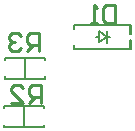
<source format=gbo>
G04*
G04 #@! TF.GenerationSoftware,Altium Limited,Altium Designer,24.1.2 (44)*
G04*
G04 Layer_Color=32896*
%FSLAX25Y25*%
%MOIN*%
G70*
G04*
G04 #@! TF.SameCoordinates,1D4F381B-0C85-4C13-B92F-FFDB2225B82E*
G04*
G04*
G04 #@! TF.FilePolarity,Positive*
G04*
G01*
G75*
%ADD11C,0.00787*%
%ADD12C,0.01000*%
%ADD33C,0.00591*%
D11*
X46850Y72075D02*
X48031D01*
X50787D02*
X51575D01*
X48031Y70500D02*
Y74043D01*
X50787Y72075D01*
X48031Y70500D02*
X50787Y72075D01*
Y70106D02*
Y74043D01*
D12*
X27931Y67582D02*
Y73580D01*
X24932D01*
X23933Y72580D01*
Y70581D01*
X24932Y69581D01*
X27931D01*
X25932D02*
X23933Y67582D01*
X21933Y72580D02*
X20934Y73580D01*
X18934D01*
X17935Y72580D01*
Y71581D01*
X18934Y70581D01*
X19934D01*
X18934D01*
X17935Y69581D01*
Y68582D01*
X18934Y67582D01*
X20934D01*
X21933Y68582D01*
X28561Y50259D02*
Y56257D01*
X25562D01*
X24563Y55258D01*
Y53258D01*
X25562Y52259D01*
X28561D01*
X26562D02*
X24563Y50259D01*
X18565D02*
X22563D01*
X18565Y54258D01*
Y55258D01*
X19564Y56257D01*
X21564D01*
X22563Y55258D01*
X53211Y82948D02*
Y76950D01*
X50212D01*
X49213Y77950D01*
Y81948D01*
X50212Y82948D01*
X53211D01*
X47213Y76950D02*
X45214D01*
X46214D01*
Y82948D01*
X47213Y81948D01*
D33*
X29724Y48425D02*
Y49213D01*
X16339D02*
X29724D01*
X16339Y48425D02*
Y49213D01*
X29724Y42126D02*
Y42913D01*
X16339Y42126D02*
X29724D01*
X16339D02*
Y42913D01*
X23031Y42126D02*
Y49213D01*
X16496Y58179D02*
Y58967D01*
Y58179D02*
X29882D01*
Y58967D01*
X16496Y64479D02*
Y65266D01*
X29882D01*
Y64479D02*
Y65266D01*
X23189Y58179D02*
Y65266D01*
X39713Y74732D02*
Y76075D01*
Y68075D02*
Y69417D01*
Y76075D02*
X58213D01*
X39713Y68075D02*
X58213D01*
Y73075D02*
Y76075D01*
Y73075D02*
X58713D01*
Y76075D01*
X58213D02*
X58713D01*
X58213Y68075D02*
X58713D01*
Y71075D01*
X58213D02*
X58713D01*
X58213Y68075D02*
Y71075D01*
M02*

</source>
